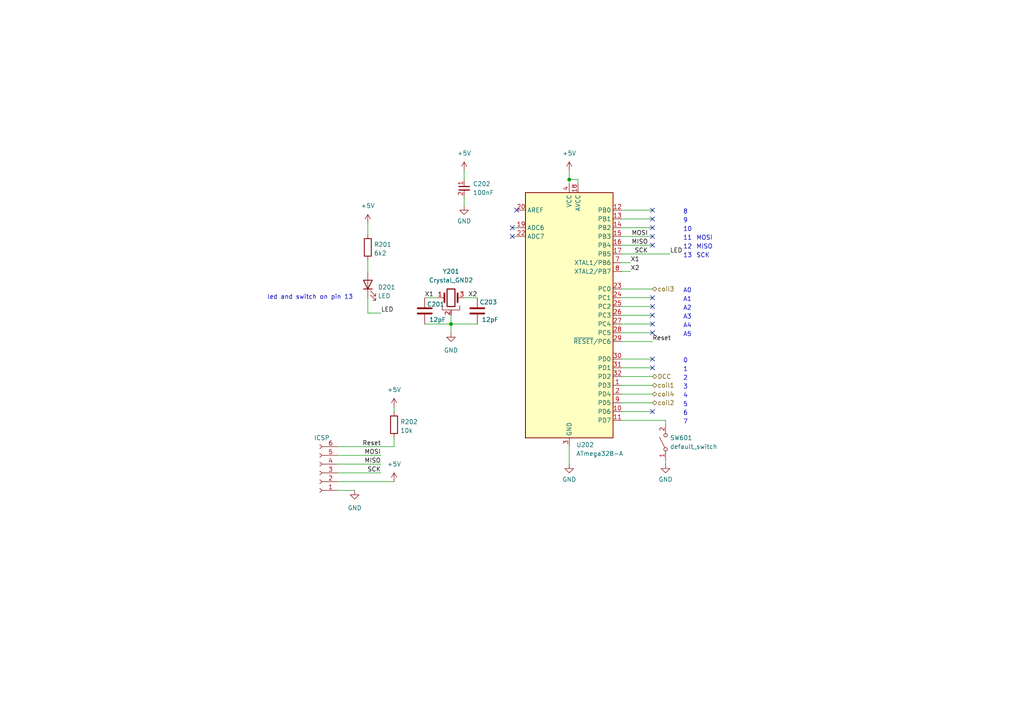
<source format=kicad_sch>
(kicad_sch (version 20231120) (generator "eeschema") (generator_version "8.0")
  (paper "A4")
  (lib_symbols
    (symbol "Connector:Conn_01x06_Socket" (pin_names (offset 1.016) hide)
      (property "Reference" "J" (at 0 7.62 0))
      (property "Value" "Conn_01x06_Socket" (at 0 -10.16 0))
      (symbol "Conn_01x06_Socket_1_1"
        (arc (start 0 -7.112) (mid -0.5058 -7.62) (end 0 -8.128) (stroke (width 0.1524)))
        (arc (start 0 -4.572) (mid -0.5058 -5.08) (end 0 -5.588) (stroke (width 0.1524)))
        (arc (start 0 -2.032) (mid -0.5058 -2.54) (end 0 -3.048) (stroke (width 0.1524)))
        (polyline (pts (xy -1.27 -7.62) (xy -0.508 -7.62)) (stroke (width 0.1524)))
        (polyline (pts (xy -1.27 -5.08) (xy -0.508 -5.08)) (stroke (width 0.1524)))
        (polyline (pts (xy -1.27 -2.54) (xy -0.508 -2.54)) (stroke (width 0.1524)))
        (polyline (pts (xy -1.27 0) (xy -0.508 0)) (stroke (width 0.1524)))
        (polyline (pts (xy -1.27 2.54) (xy -0.508 2.54)) (stroke (width 0.1524)))
        (polyline (pts (xy -1.27 5.08) (xy -0.508 5.08)) (stroke (width 0.1524)))
        (arc (start 0 0.508) (mid -0.5058 0) (end 0 -0.508) (stroke (width 0.1524)))
        (arc (start 0 3.048) (mid -0.5058 2.54) (end 0 2.032) (stroke (width 0.1524)))
        (arc (start 0 5.588) (mid -0.5058 5.08) (end 0 4.572) (stroke (width 0.1524)))
        (pin passive line (at -5.08 5.08 0) (length 3.81) (name "Pin_1") (number "1"))
        (pin passive line (at -5.08 2.54 0) (length 3.81) (name "Pin_2") (number "2"))
        (pin passive line (at -5.08 0 0) (length 3.81) (name "Pin_3") (number "3"))
        (pin passive line (at -5.08 -2.54 0) (length 3.81) (name "Pin_4") (number "4"))
        (pin passive line (at -5.08 -5.08 0) (length 3.81) (name "Pin_5") (number "5"))
        (pin passive line (at -5.08 -7.62 0) (length 3.81) (name "Pin_6") (number "6"))
      )
    )
    (symbol "Device:C" (pin_numbers hide) (pin_names (offset 0.254))
      (property "Reference" "C" (at 0.635 2.54 0))
      (property "Value" "C" (at 0.635 -2.54 0))
      (symbol "C_0_1"
        (polyline (pts (xy -2.032 -0.762) (xy 2.032 -0.762)) (stroke (width 0.508)))
        (polyline (pts (xy -2.032 0.762) (xy 2.032 0.762)) (stroke (width 0.508)))
      )
      (symbol "C_1_1"
        (pin passive line (at 0 3.81 270) (length 2.794) (name "~") (number "1"))
        (pin passive line (at 0 -3.81 90) (length 2.794) (name "~") (number "2"))
      )
    )
    (symbol "Device:LED" (pin_numbers hide) (pin_names (offset 1.016) hide)
      (property "Reference" "D" (at 0 2.54 0))
      (property "Value" "LED" (at 0 -2.54 0))
      (symbol "LED_0_1"
        (polyline (pts (xy -1.27 -1.27) (xy -1.27 1.27)) (stroke (width 0.254)))
        (polyline (pts (xy -1.27 0) (xy 1.27 0)))
        (polyline (pts (xy 1.27 -1.27) (xy 1.27 1.27) (xy -1.27 0) (xy 1.27 -1.27)) (stroke (width 0.254)))
        (polyline (pts (xy -3.048 -0.762) (xy -4.572 -2.286) (xy -3.81 -2.286) (xy -4.572 -2.286) (xy -4.572 -1.524)))
        (polyline (pts (xy -1.778 -0.762) (xy -3.302 -2.286) (xy -2.54 -2.286) (xy -3.302 -2.286) (xy -3.302 -1.524)))
      )
      (symbol "LED_1_1"
        (pin passive line (at -3.81 0 0) (length 2.54) (name "K") (number "1"))
        (pin passive line (at 3.81 0 180) (length 2.54) (name "A") (number "2"))
      )
    )
    (symbol "Device:R" (pin_numbers hide) (pin_names (offset 0))
      (property "Reference" "R" (at 2.032 0 90))
      (property "Value" "R" (at 0 0 90))
      (symbol "R_0_1"
        (rectangle (start -1.016 -2.54) (end 1.016 2.54) (stroke (width 0.254)))
      )
      (symbol "R_1_1"
        (pin passive line (at 0 3.81 270) (length 1.27) (name "~") (number "1"))
        (pin passive line (at 0 -3.81 90) (length 1.27) (name "~") (number "2"))
      )
    )
    (symbol "GND_1" (power) (pin_names (offset 0))
      (property "Value" "GND_1" (at 0 -3.81 0))
      (symbol "GND_1_0_1"
        (polyline (pts (xy 0 0) (xy 0 -1.27) (xy 1.27 -1.27) (xy 0 -2.54) (xy -1.27 -1.27) (xy 0 -1.27)))
      )
      (symbol "GND_1_1_1"
        (pin power_in line (at 0 0 270) (length 0) hide (name "GND") (number "1"))
      )
    )
    (symbol "MCU_Microchip_ATmega:ATmega328-A"
      (property "Reference" "U" (at -12.7 36.83 0))
      (property "Value" "ATmega328-A" (at 2.54 -36.83 0))
      (symbol "ATmega328-A_0_1"
        (rectangle (start -12.7 -35.56) (end 12.7 35.56) (stroke (width 0.254)) (fill (type background)))
      )
      (symbol "ATmega328-A_1_1"
        (pin bidirectional line (at 15.24 -20.32 180) (length 2.54) (name "PD3") (number "1"))
        (pin bidirectional line (at 15.24 -27.94 180) (length 2.54) (name "PD6") (number "10"))
        (pin bidirectional line (at 15.24 -30.48 180) (length 2.54) (name "PD7") (number "11"))
        (pin bidirectional line (at 15.24 30.48 180) (length 2.54) (name "PB0") (number "12"))
        (pin bidirectional line (at 15.24 27.94 180) (length 2.54) (name "PB1") (number "13"))
        (pin bidirectional line (at 15.24 25.4 180) (length 2.54) (name "PB2") (number "14"))
        (pin bidirectional line (at 15.24 22.86 180) (length 2.54) (name "PB3") (number "15"))
        (pin bidirectional line (at 15.24 20.32 180) (length 2.54) (name "PB4") (number "16"))
        (pin bidirectional line (at 15.24 17.78 180) (length 2.54) (name "PB5") (number "17"))
        (pin power_in line (at 2.54 38.1 270) (length 2.54) (name "AVCC") (number "18"))
        (pin input line (at -15.24 25.4 0) (length 2.54) (name "ADC6") (number "19"))
        (pin bidirectional line (at 15.24 -22.86 180) (length 2.54) (name "PD4") (number "2"))
        (pin passive line (at -15.24 30.48 0) (length 2.54) (name "AREF") (number "20"))
        (pin passive line (at 0 -38.1 90) (length 2.54) hide (name "GND") (number "21"))
        (pin input line (at -15.24 22.86 0) (length 2.54) (name "ADC7") (number "22"))
        (pin bidirectional line (at 15.24 7.62 180) (length 2.54) (name "PC0") (number "23"))
        (pin bidirectional line (at 15.24 5.08 180) (length 2.54) (name "PC1") (number "24"))
        (pin bidirectional line (at 15.24 2.54 180) (length 2.54) (name "PC2") (number "25"))
        (pin bidirectional line (at 15.24 0 180) (length 2.54) (name "PC3") (number "26"))
        (pin bidirectional line (at 15.24 -2.54 180) (length 2.54) (name "PC4") (number "27"))
        (pin bidirectional line (at 15.24 -5.08 180) (length 2.54) (name "PC5") (number "28"))
        (pin bidirectional line (at 15.24 -7.62 180) (length 2.54) (name "~{RESET}/PC6") (number "29"))
        (pin power_in line (at 0 -38.1 90) (length 2.54) (name "GND") (number "3"))
        (pin bidirectional line (at 15.24 -12.7 180) (length 2.54) (name "PD0") (number "30"))
        (pin bidirectional line (at 15.24 -15.24 180) (length 2.54) (name "PD1") (number "31"))
        (pin bidirectional line (at 15.24 -17.78 180) (length 2.54) (name "PD2") (number "32"))
        (pin power_in line (at 0 38.1 270) (length 2.54) (name "VCC") (number "4"))
        (pin passive line (at 0 -38.1 90) (length 2.54) hide (name "GND") (number "5"))
        (pin passive line (at 0 38.1 270) (length 2.54) hide (name "VCC") (number "6"))
        (pin bidirectional line (at 15.24 15.24 180) (length 2.54) (name "XTAL1/PB6") (number "7"))
        (pin bidirectional line (at 15.24 12.7 180) (length 2.54) (name "XTAL2/PB7") (number "8"))
        (pin bidirectional line (at 15.24 -25.4 180) (length 2.54) (name "PD5") (number "9"))
      )
    )
    (symbol "capacitor_miscellaneous:C_0402_100nF"
      (property "Reference" "U" (at 1.27 2.54 0))
      (property "Value" "100nF" (at 3.81 -2.54 0))
      (property "JLCPCB Part#" "C307331" (at 0 0 0))
      (symbol "C_0402_100nF_0_1"
        (polyline (pts (xy -1.524 -0.508) (xy 1.524 -0.508)) (stroke (width 0.3302)))
        (polyline (pts (xy -1.524 0.508) (xy 1.524 0.508)) (stroke (width 0.3048)))
      )
      (symbol "C_0402_100nF_1_1"
        (pin passive line (at 0 2.54 270) (length 2.032) (name "~") (number "1"))
        (pin passive line (at 0 -2.54 90) (length 2.032) (name "~") (number "2"))
      )
    )
    (symbol "custom_kicad_lib_sk:crystal_arduino" (pin_names (offset 1.016) hide)
      (property "Reference" "Y" (at 0 5.715 0))
      (property "Value" "Crystal_GND2" (at 0 3.81 0))
      (property "JLCPCB Part#" "C13738" (at 0 0 0))
      (symbol "crystal_arduino_0_1"
        (rectangle (start -1.143 2.54) (end 1.143 -2.54) (stroke (width 0.3048)))
        (polyline (pts (xy -2.54 0) (xy -1.905 0)))
        (polyline (pts (xy -1.905 -1.27) (xy -1.905 1.27)) (stroke (width 0.508)))
        (polyline (pts (xy 0 -3.81) (xy 0 -3.556)))
        (polyline (pts (xy 1.905 0) (xy 2.54 0)))
        (polyline (pts (xy 1.905 1.27) (xy 1.905 -1.27)) (stroke (width 0.508)))
        (polyline (pts (xy -2.54 -2.286) (xy -2.54 -3.556) (xy 2.54 -3.556) (xy 2.54 -2.286)))
      )
      (symbol "crystal_arduino_1_1"
        (pin passive line (at -3.81 0 0) (length 1.27) (name "1") (number "1"))
        (pin passive line (at 0 -5.08 90) (length 1.27) (name "GND") (number "2"))
        (pin passive line (at 3.81 0 180) (length 1.27) (name "3") (number "3"))
        (pin passive line (at 0 -5.08 90) (length 1.27) hide (name "GND") (number "4"))
      )
    )
    (symbol "custom_kicad_lib_sk:default_switch" (pin_names (offset 0) hide)
      (property "Reference" "SW" (at 0 3.175 0))
      (property "Value" "default_switch" (at 0 -2.54 0))
      (symbol "default_switch_0_0"
        (circle (center -2.032 0) (radius 0.508))
        (polyline (pts (xy -1.524 0.254) (xy 1.524 1.778)))
        (circle (center 2.032 0) (radius 0.508))
      )
      (symbol "default_switch_1_1"
        (pin passive line (at -5.08 0 0) (length 2.54) (name "A") (number "1"))
        (pin passive line (at 5.08 0 180) (length 2.54) (name "B") (number "2"))
      )
    )
    (symbol "power:+5V" (power) (pin_names (offset 0))
      (property "Value" "+5V" (at 0 3.556 0))
      (symbol "+5V_0_1"
        (polyline (pts (xy -0.762 1.27) (xy 0 2.54)))
        (polyline (pts (xy 0 0) (xy 0 2.54)))
        (polyline (pts (xy 0 2.54) (xy 0.762 1.27)))
      )
      (symbol "+5V_1_1"
        (pin power_in line (at 0 0 90) (length 0) hide (name "+5V") (number "1"))
      )
    )
    (symbol "power:GND" (power) (pin_names (offset 0))
      (property "Value" "GND" (at 0 -3.81 0))
      (symbol "GND_0_1"
        (polyline (pts (xy 0 0) (xy 0 -1.27) (xy 1.27 -1.27) (xy 0 -2.54) (xy -1.27 -1.27) (xy 0 -1.27)))
      )
      (symbol "GND_1_1"
        (pin power_in line (at 0 0 270) (length 0) hide (name "GND") (number "1"))
      )
    )
  )
  (junction (at 130.81 93.98))
  (junction (at 165.1 52.07))
  (no_connect (at 189.23 93.98))
  (no_connect (at 189.23 104.14))
  (no_connect (at 189.23 71.12))
  (no_connect (at 189.23 63.5))
  (no_connect (at 189.23 66.04))
  (no_connect (at 149.86 60.96))
  (no_connect (at 189.23 91.44))
  (no_connect (at 148.59 66.04))
  (no_connect (at 189.23 86.36))
  (no_connect (at 189.23 106.68))
  (no_connect (at 148.59 68.58))
  (no_connect (at 189.23 68.58))
  (no_connect (at 189.23 96.52))
  (no_connect (at 189.23 88.9))
  (no_connect (at 189.23 119.38))
  (no_connect (at 189.23 60.96))
  (wire (pts (xy 165.1 52.07) (xy 165.1 53.34)))
  (wire (pts (xy 130.81 93.98) (xy 138.43 93.98)))
  (wire (pts (xy 193.04 133.35) (xy 193.04 134.62)))
  (wire (pts (xy 167.64 52.07) (xy 165.1 52.07)))
  (wire (pts (xy 180.34 93.98) (xy 189.23 93.98)))
  (wire (pts (xy 97.79 137.16) (xy 110.49 137.16)))
  (wire (pts (xy 180.34 119.38) (xy 189.23 119.38)))
  (wire (pts (xy 127 86.36) (xy 123.19 86.36)))
  (wire (pts (xy 180.34 83.82) (xy 189.23 83.82)))
  (wire (pts (xy 180.34 96.52) (xy 189.23 96.52)))
  (wire (pts (xy 193.04 121.92) (xy 193.04 123.19)))
  (wire (pts (xy 106.68 86.36) (xy 106.68 90.805)))
  (wire (pts (xy 180.34 99.06) (xy 189.23 99.06)))
  (wire (pts (xy 180.34 78.74) (xy 182.88 78.74)))
  (wire (pts (xy 97.79 134.62) (xy 110.49 134.62)))
  (wire (pts (xy 165.1 129.54) (xy 165.1 134.62)))
  (wire (pts (xy 180.34 116.84) (xy 189.23 116.84)))
  (wire (pts (xy 148.59 66.04) (xy 149.86 66.04)))
  (wire (pts (xy 114.3 127) (xy 114.3 129.54)))
  (wire (pts (xy 180.34 91.44) (xy 189.23 91.44)))
  (wire (pts (xy 106.68 75.565) (xy 106.68 78.74)))
  (wire (pts (xy 130.81 91.44) (xy 130.81 93.98)))
  (wire (pts (xy 134.62 86.36) (xy 138.43 86.36)))
  (wire (pts (xy 148.59 68.58) (xy 149.86 68.58)))
  (wire (pts (xy 97.79 132.08) (xy 110.49 132.08)))
  (wire (pts (xy 180.34 76.2) (xy 182.88 76.2)))
  (wire (pts (xy 180.34 121.92) (xy 193.04 121.92)))
  (wire (pts (xy 165.1 49.53) (xy 165.1 52.07)))
  (wire (pts (xy 106.68 64.77) (xy 106.68 67.945)))
  (wire (pts (xy 134.62 57.15) (xy 134.62 59.69)))
  (wire (pts (xy 180.34 68.58) (xy 189.23 68.58)))
  (wire (pts (xy 114.3 118.11) (xy 114.3 119.38)))
  (wire (pts (xy 110.49 90.805) (xy 106.68 90.805)))
  (wire (pts (xy 180.34 88.9) (xy 189.23 88.9)))
  (wire (pts (xy 180.34 63.5) (xy 189.23 63.5)))
  (wire (pts (xy 180.34 106.68) (xy 189.23 106.68)))
  (wire (pts (xy 123.19 93.98) (xy 130.81 93.98)))
  (wire (pts (xy 134.62 49.53) (xy 134.62 52.07)))
  (wire (pts (xy 180.34 104.14) (xy 189.23 104.14)))
  (wire (pts (xy 180.34 109.22) (xy 189.23 109.22)))
  (wire (pts (xy 97.79 142.24) (xy 102.87 142.24)))
  (wire (pts (xy 130.81 93.98) (xy 130.81 96.52)))
  (wire (pts (xy 180.34 73.66) (xy 194.31 73.66)))
  (wire (pts (xy 167.64 53.34) (xy 167.64 52.07)))
  (wire (pts (xy 97.79 139.7) (xy 114.3 139.7)))
  (wire (pts (xy 180.34 71.12) (xy 189.23 71.12)))
  (wire (pts (xy 180.34 60.96) (xy 189.23 60.96)))
  (wire (pts (xy 97.79 129.54) (xy 114.3 129.54)))
  (wire (pts (xy 180.34 114.3) (xy 189.23 114.3)))
  (wire (pts (xy 180.34 86.36) (xy 189.23 86.36)))
  (wire (pts (xy 180.34 111.76) (xy 189.23 111.76)))
  (wire (pts (xy 180.34 66.04) (xy 189.23 66.04)))
  (text "8" (at 198.12 62.23 0) (effects (font (size 1.27 1.27)) (justify left bottom)))
  (text "A4" (at 198.12 95.25 0) (effects (font (size 1.27 1.27)) (justify left bottom)))
  (text "12" (at 198.12 72.39 0) (effects (font (size 1.27 1.27)) (justify left bottom)))
  (text "2" (at 198.12 110.49 0) (effects (font (size 1.27 1.27)) (justify left bottom)))
  (text "3" (at 198.12 113.03 0) (effects (font (size 1.27 1.27)) (justify left bottom)))
  (text "6" (at 198.12 120.65 0) (effects (font (size 1.27 1.27)) (justify left bottom)))
  (text "0" (at 198.12 105.41 0) (effects (font (size 1.27 1.27)) (justify left bottom)))
  (text "SCK" (at 201.93 74.93 0) (effects (font (size 1.27 1.27)) (justify left bottom)))
  (text "10" (at 198.12 67.31 0) (effects (font (size 1.27 1.27)) (justify left bottom)))
  (text "A5" (at 198.12 97.79 0) (effects (font (size 1.27 1.27)) (justify left bottom)))
  (text "A1" (at 198.12 87.63 0) (effects (font (size 1.27 1.27)) (justify left bottom)))
  (text "A3" (at 198.12 92.71 0) (effects (font (size 1.27 1.27)) (justify left bottom)))
  (text "7" (at 198.12 123.19 0) (effects (font (size 1.27 1.27)) (justify left bottom)))
  (text "A2" (at 198.12 90.17 0) (effects (font (size 1.27 1.27)) (justify left bottom)))
  (text "MISO" (at 201.93 72.39 0) (effects (font (size 1.27 1.27)) (justify left bottom)))
  (text "13" (at 198.12 74.93 0) (effects (font (size 1.27 1.27)) (justify left bottom)))
  (text "1" (at 198.12 107.95 0) (effects (font (size 1.27 1.27)) (justify left bottom)))
  (text "11" (at 198.12 69.85 0) (effects (font (size 1.27 1.27)) (justify left bottom)))
  (text "5" (at 198.12 118.11 0) (effects (font (size 1.27 1.27)) (justify left bottom)))
  (text "A0" (at 198.12 85.09 0) (effects (font (size 1.27 1.27)) (justify left bottom)))
  (text "MOSI" (at 201.93 69.85 0) (effects (font (size 1.27 1.27)) (justify left bottom)))
  (text "led and switch on pin 13" (at 77.47 86.995 0) (effects (font (size 1.27 1.27)) (justify left bottom)))
  (text "4" (at 198.12 115.57 0) (effects (font (size 1.27 1.27)) (justify left bottom)))
  (text "9" (at 198.12 64.77 0) (effects (font (size 1.27 1.27)) (justify left bottom)))
  (label "Reset" (at 110.49 129.54 180))
  (label "X1" (at 123.19 86.36 0))
  (label "X2" (at 182.88 78.74 0))
  (label "Reset" (at 189.23 99.06 0))
  (label "MOSI" (at 187.96 68.58 180))
  (label "SCK" (at 110.49 137.16 180))
  (label "MISO" (at 110.49 134.62 180))
  (label "MOSI" (at 110.49 132.08 180))
  (label "LED" (at 194.31 73.66 0))
  (label "X1" (at 182.88 76.2 0))
  (label "SCK" (at 187.96 73.66 180))
  (label "MISO" (at 187.96 71.12 180))
  (label "LED" (at 110.49 90.805 0))
  (label "X2" (at 138.43 86.36 180))
  (hierarchical_label "coil4" (shape bidirectional) (at 189.23 114.3 0))
  (hierarchical_label "coil1" (shape bidirectional) (at 189.23 111.76 0))
  (hierarchical_label "DCC" (shape bidirectional) (at 189.23 109.22 0))
  (hierarchical_label "coil2" (shape bidirectional) (at 189.23 116.84 0))
  (hierarchical_label "coil3" (shape bidirectional) (at 189.23 83.82 0))
  (symbol (lib_name "GND_1") (lib_id "power:GND") (at 130.81 96.52 0) (unit 1)
    (property "Reference" "#PWR0207" (effects (hide yes)))
    (property "Value" "GND" (at 130.81 101.6 0))
  )
  (symbol (lib_id "custom_kicad_lib_sk:crystal_arduino") (at 130.81 86.36 0) (unit 1)
    (property "Reference" "Y201" (at 130.81 78.74 0))
    (property "Value" "Crystal_GND2" (at 130.81 81.28 0))
    (property "Footprint" "custom_kicad_lib_sk:crystal_arduino" (effects (hide yes)))
    (property "JLCPCB Part#" "C13738" (effects (hide yes)))
    (instances (project "atmega328" (path "" (reference "Y201") (unit 1))) (project "OS-RelayDecoder-4" (path "" (reference "Y201") (unit 1))) (project "general_schematics" (path "" (reference "Y?") (unit 1)) (path "" (reference "Y1401") (unit 1))))
  )
  (symbol (lib_id "Device:C") (at 138.43 90.17 180) (unit 1)
    (property "Reference" "C203" (at 139.065 87.63 0) (effects (justify right)))
    (property "Value" "12pF" (at 139.7 92.71 0) (effects (justify right)))
    (property "Footprint" "Capacitor_SMD:C_0603_1608Metric" (effects (hide yes)))
    (property "JLCPCB Part#" "C38523" (effects (hide yes)))
    (instances (project "atmega328" (path "" (reference "C203") (unit 1))) (project "OS-RelayDecoder-4" (path "" (reference "C203") (unit 1))) (project "general_schematics" (path "" (reference "C?") (unit 1)) (path "" (reference "C1403") (unit 1))))
  )
  (symbol (lib_id "Device:R") (at 106.68 71.755 0) (unit 1)
    (property "Reference" "R201" (at 108.458 70.9203 0) (effects (justify left)))
    (property "Value" "6k2" (at 108.458 73.4572 0) (effects (justify left)))
    (property "Footprint" "Resistor_SMD:R_0603_1608Metric_Pad0.98x0.95mm_HandSolder" (effects (hide yes)))
    (property "JLCPCB Part#" "C4260" (effects (hide yes)))
    (instances (project "atmega328" (path "" (reference "R201") (unit 1))) (project "OS-RelayDecoder-4" (path "" (reference "R201") (unit 1))) (project "general_schematics" (path "" (reference "R1401") (unit 1))))
  )
  (symbol (lib_id "MCU_Microchip_ATmega:ATmega328-A") (at 165.1 91.44 0) (unit 1)
    (property "Reference" "U202" (at 167.1194 129.0304 0) (effects (justify left)))
    (property "Value" "ATmega328-A" (at 167.1194 131.5673 0) (effects (justify left)))
    (property "Footprint" "Package_QFP:TQFP-32_7x7mm_P0.8mm" (effects (hide yes)))
    (property "Datasheet" "http://ww1.microchip.com/downloads/en/DeviceDoc/ATmega328_P%20AVR%20MCU%20with%20picoPower%20Technology%20Data%20Sheet%2040001984A.pdf" (effects (hide yes)))
    (property "JLCPCB Part#" "C14877" (effects (hide yes)))
    (instances (project "atmega328" (path "" (reference "U202") (unit 1))) (project "OS-RelayDecoder-4" (path "" (reference "U202") (unit 1))) (project "general_schematics" (path "" (reference "U1402") (unit 1))))
  )
  (symbol (lib_id "Connector:Conn_01x06_Socket") (at 92.71 137.16 180) (unit 1)
    (property "Reference" "J202" (effects (hide yes)))
    (property "Value" "ICSP" (at 93.345 127 0))
    (property "Footprint" "Connector_PinHeader_2.54mm:PinHeader_1x06_P2.54mm_Vertical" (effects (hide yes)))
  )
  (symbol (lib_id "power:+5V") (at 165.1 49.53 0) (unit 1)
    (property "Reference" "#PWR0205" (effects (hide yes)))
    (property "Value" "+5V" (at 165.1 44.45 0))
  )
  (symbol (lib_id "power:GND") (at 134.62 59.69 0) (unit 1)
    (property "Reference" "#PWR0201" (effects (hide yes)))
    (property "Value" "GND" (at 134.62 64.1334 0))
    (instances (project "atmega328" (path "" (reference "#PWR0201") (unit 1))) (project "OS-RelayDecoder-4" (path "" (reference "#PWR0201") (unit 1))) (project "general_schematics" (path "" (reference "#PWR0137") (unit 1))))
  )
  (symbol (lib_id "custom_kicad_lib_sk:default_switch") (at 193.04 128.27 90) (unit 1)
    (property "Reference" "SW601" (at 194.31 126.9999 90) (effects (justify right)))
    (property "Value" "default_switch" (at 194.31 129.5399 90) (effects (justify right)))
    (property "Footprint" "custom_kicad_lib_sk:default_switch" (effects (hide yes)))
    (property "Description" "Single Pole Single Throw (SPST) switch" (effects (hide yes)))
    (property "JLCPCB Part#" "C318884" (effects (hide yes)))
  )
  (symbol (lib_id "power:+5V") (at 114.3 139.7 0) (unit 1)
    (property "Reference" "#PWR0601" (effects (hide yes)))
    (property "Value" "+5V" (at 114.3 134.62 0))
  )
  (symbol (lib_id "Device:C") (at 123.19 90.17 180) (unit 1)
    (property "Reference" "C201" (at 123.825 88.265 0) (effects (justify right)))
    (property "Value" "12pF" (at 124.46 92.71 0) (effects (justify right)))
    (property "Footprint" "Capacitor_SMD:C_0603_1608Metric" (effects (hide yes)))
    (property "JLCPCB Part#" "C38523" (effects (hide yes)))
    (instances (project "atmega328" (path "" (reference "C201") (unit 1))) (project "OS-RelayDecoder-4" (path "" (reference "C201") (unit 1))) (project "general_schematics" (path "" (reference "C?") (unit 1)) (path "" (reference "C1401") (unit 1))))
  )
  (symbol (lib_id "power:GND") (at 165.1 134.62 0) (unit 1)
    (property "Reference" "#PWR0202" (effects (hide yes)))
    (property "Value" "GND" (at 165.1 139.0634 0))
    (instances (project "atmega328" (path "" (reference "#PWR0202") (unit 1))) (project "OS-RelayDecoder-4" (path "" (reference "#PWR0202") (unit 1))) (project "general_schematics" (path "" (reference "#PWR0138") (unit 1))))
  )
  (symbol (lib_id "Device:LED") (at 106.68 82.55 90) (unit 1)
    (property "Reference" "D201" (at 109.601 83.3028 90) (effects (justify right)))
    (property "Value" "LED" (at 109.601 85.8397 90) (effects (justify right)))
    (property "Footprint" "LED_SMD:LED_0805_2012Metric_Pad1.15x1.40mm_HandSolder" (effects (hide yes)))
    (property "JLCPCB Part#" "C84256" (effects (hide yes)))
    (instances (project "atmega328" (path "" (reference "D201") (unit 1))) (project "OS-RelayDecoder-4" (path "" (reference "D201") (unit 1))) (project "general_schematics" (path "" (reference "D1401") (unit 1))))
  )
  (symbol (lib_id "Device:R") (at 114.3 123.19 0) (unit 1)
    (property "Reference" "R202" (at 116.078 122.3553 0) (effects (justify left)))
    (property "Value" "10k" (at 116.078 124.8922 0) (effects (justify left)))
    (property "Footprint" "Resistor_SMD:R_0402_1005Metric_Pad0.72x0.64mm_HandSolder" (effects (hide yes)))
    (property "JLCPCB Part#" "C25744" (effects (hide yes)))
    (instances (project "atmega328" (path "" (reference "R202") (unit 1))) (project "OS-RelayDecoder-4" (path "" (reference "R202") (unit 1))) (project "general_schematics" (path "" (reference "R1402") (unit 1))))
  )
  (symbol (lib_name "GND_1") (lib_id "power:GND") (at 102.87 142.24 0) (unit 1)
    (property "Reference" "#PWR0102" (effects (hide yes)))
    (property "Value" "GND" (at 102.87 147.32 0))
  )
  (symbol (lib_id "power:+5V") (at 106.68 64.77 0) (unit 1)
    (property "Reference" "#PWR0203" (effects (hide yes)))
    (property "Value" "+5V" (at 106.68 59.69 0))
  )
  (symbol (lib_id "capacitor_miscellaneous:C_0402_100nF") (at 134.62 54.61 0) (unit 1)
    (property "Reference" "C202" (at 137.16 53.3463 0) (effects (justify left)))
    (property "Value" "100nF" (at 137.16 55.8863 0) (effects (justify left)))
    (property "Footprint" "Capacitor_SMD:C_0402_1005Metric" (effects (hide yes)))
    (property "JLCPCB Part#" "C307331" (effects (hide yes)))
  )
  (symbol (lib_id "power:GND") (at 193.04 134.62 0) (unit 1)
    (property "Reference" "#PWR07" (effects (hide yes)))
    (property "Value" "GND" (at 193.04 139.0634 0))
  )
  (symbol (lib_id "power:+5V") (at 114.3 118.11 0) (unit 1)
    (property "Reference" "#PWR0206" (effects (hide yes)))
    (property "Value" "+5V" (at 114.3 113.03 0))
  )
  (symbol (lib_id "power:+5V") (at 134.62 49.53 0) (unit 1)
    (property "Reference" "#PWR0204" (effects (hide yes)))
    (property "Value" "+5V" (at 134.62 44.45 0))
  )
)
</source>
